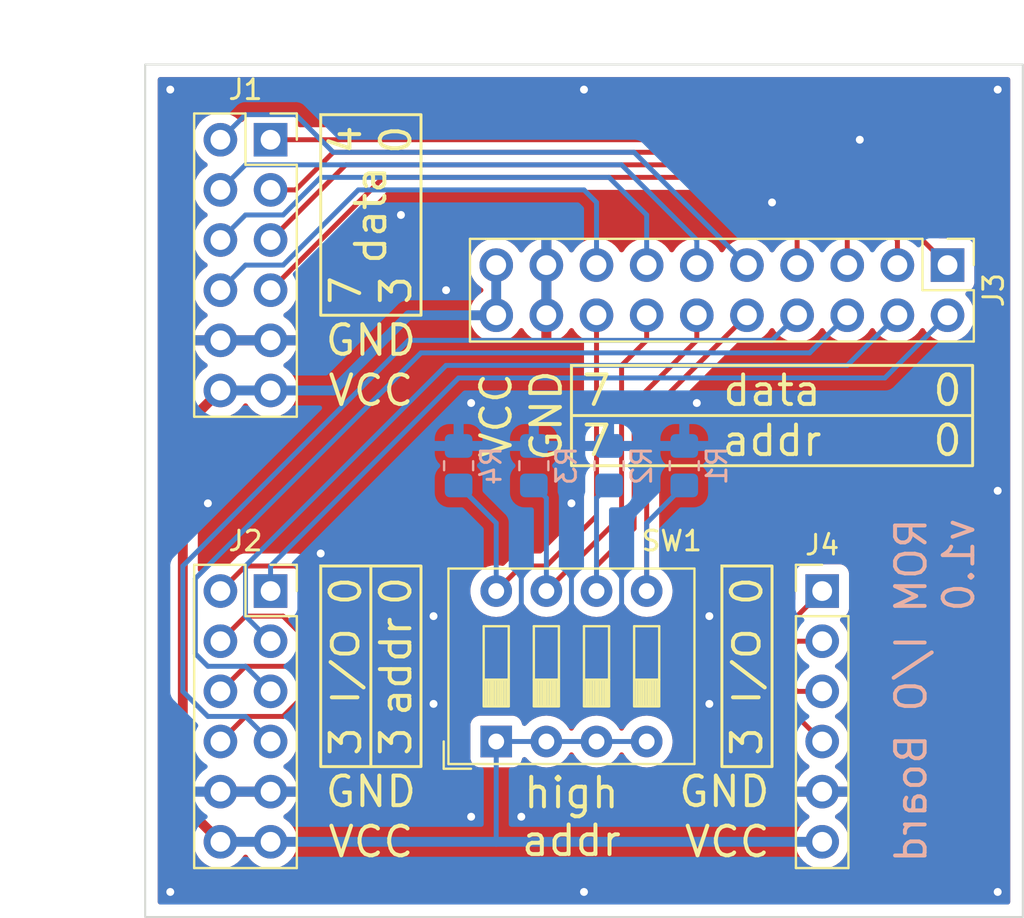
<source format=kicad_pcb>
(kicad_pcb (version 20211014) (generator pcbnew)
  (layers (0 "F.Cu" signal) (31 "B.Cu" signal) (34 "B.Paste" user) (35 "F.Paste" user) (36 "B.SilkS" user "B.Silkscreen") (37 "F.SilkS" user "F.Silkscreen") (38 "B.Mask" user) (39 "F.Mask" user) (44 "Edge.Cuts" user))
  (net 0 "")
  (net 1 "/data0")
  (net 2 "/data1")
  (net 3 "/data2")
  (net 4 "/data3")
  (net 5 "GND")
  (net 6 "VCC")
  (net 7 "/data4")
  (net 8 "/data5")
  (net 9 "/data6")
  (net 10 "/data7")
  (net 11 "/addr0")
  (net 12 "/addr1")
  (net 13 "/addr2")
  (net 14 "/addr3")
  (net 15 "/io0")
  (net 16 "/io1")
  (net 17 "/io2")
  (net 18 "/io3")
  (net 19 "/addr4")
  (net 20 "/addr5")
  (net 21 "/addr6")
  (net 22 "/addr7")
  (footprint "Button_Switch_THT:SW_DIP_SPSTx04_Slide_9.78x12.34mm_W7.62mm_P2.54mm" (layer "F.Cu") (at 128.27 82.55 90)
    (fp_text reference "SW1" (at 10.16 8.89 180) (layer "F.SilkS"))
    (fp_text value "SW_DIP_x04")
    (fp_line (start 1.78 2.385) (end 3.133333 2.385) (layer "F.SilkS") (width 0.12))
    (fp_line (start 1.78 0.565) (end 3.133333 0.565) (layer "F.SilkS") (width 0.12))
    (fp_line (start 1.78 0.635) (end 5.84 0.635) (layer "F.SilkS") (width 0.12))
    (fp_line (start -1.14 -2.42) (end 8.76 -2.42) (layer "F.SilkS") (width 0.12))
    (fp_line (start 1.78 1.905) (end 1.78 3.175) (layer "F.SilkS") (width 0.12))
    (fp_line (start 5.84 8.255) (end 5.84 6.985) (layer "F.SilkS") (width 0.12))
    (fp_line (start 1.78 2.265) (end 3.133333 2.265) (layer "F.SilkS") (width 0.12))
    (fp_line (start 1.78 5.165) (end 3.133333 5.165) (layer "F.SilkS") (width 0.12))
    (fp_line (start 1.78 2.625) (end 3.133333 2.625) (layer "F.SilkS") (width 0.12))
    (fp_line (start -1.14 -2.42) (end -1.14 10.04) (layer "F.SilkS") (width 0.12))
    (fp_line (start 1.78 7.225) (end 3.133333 7.225) (layer "F.SilkS") (width 0.12))
    (fp_line (start 3.133333 1.905) (end 3.133333 3.175) (layer "F.SilkS") (width 0.12))
    (fp_line (start 3.133333 4.445) (end 3.133333 5.715) (layer "F.SilkS") (width 0.12))
    (fp_line (start 1.78 2.145) (end 3.133333 2.145) (layer "F.SilkS") (width 0.12))
    (fp_line (start 1.78 2.025) (end 3.133333 2.025) (layer "F.SilkS") (width 0.12))
    (fp_line (start -1.14 10.04) (end 8.76 10.04) (layer "F.SilkS") (width 0.12))
    (fp_line (start 1.78 3.105) (end 3.133333 3.105) (layer "F.SilkS") (width 0.12))
    (fp_line (start 8.76 -2.42) (end 8.76 10.04) (layer "F.SilkS") (width 0.12))
    (fp_line (start 1.78 5.715) (end 5.84 5.715) (layer "F.SilkS") (width 0.12))
    (fp_line (start 1.78 4.685) (end 3.133333 4.685) (layer "F.SilkS") (width 0.12))
    (fp_line (start 1.78 3.175) (end 5.84 3.175) (layer "F.SilkS") (width 0.12))
    (fp_line (start 1.78 5.285) (end 3.133333 5.285) (layer "F.SilkS") (width 0.12))
    (fp_line (start -1.38 -2.66) (end 0.004 -2.66) (layer "F.SilkS") (width 0.12))
    (fp_line (start 5.84 -0.635) (end 1.78 -0.635) (layer "F.SilkS") (width 0.12))
    (fp_line (start 5.84 5.715) (end 5.84 4.445) (layer "F.SilkS") (width 0.12))
    (fp_line (start 5.84 0.635) (end 5.84 -0.635) (layer "F.SilkS") (width 0.12))
    (fp_line (start 3.133333 -0.635) (end 3.133333 0.635) (layer "F.SilkS") (width 0.12))
    (fp_line (start 1.78 2.985) (end 3.133333 2.985) (layer "F.SilkS") (width 0.12))
    (fp_line (start 1.78 2.865) (end 3.133333 2.865) (layer "F.SilkS") (width 0.12))
    (fp_line (start 1.78 -0.155) (end 3.133333 -0.155) (layer "F.SilkS") (width 0.12))
    (fp_line (start 1.78 5.405) (end 3.133333 5.405) (layer "F.SilkS") (width 0.12))
    (fp_line (start 1.78 6.985) (end 1.78 8.255) (layer "F.SilkS") (width 0.12))
    (fp_line (start 5.84 3.175) (end 5.84 1.905) (layer "F.SilkS") (width 0.12))
    (fp_line (start 1.78 -0.035) (end 3.133333 -0.035) (layer "F.SilkS") (width 0.12))
    (fp_line (start 1.78 4.565) (end 3.133333 4.565) (layer "F.SilkS") (width 0.12))
    (fp_line (start 5.84 4.445) (end 1.78 4.445) (layer "F.SilkS") (width 0.12))
    (fp_line (start 1.78 7.585) (end 3.133333 7.585) (layer "F.SilkS") (width 0.12))
    (fp_line (start 1.78 -0.395) (end 3.133333 -0.395) (layer "F.SilkS") (width 0.12))
    (fp_line (start -1.38 -2.66) (end -1.38 -1.277) (layer "F.SilkS") (width 0.12))
    (fp_line (start 1.78 7.825) (end 3.133333 7.825) (layer "F.SilkS") (width 0.12))
    (fp_line (start 1.78 2.505) (end 3.133333 2.505) (layer "F.SilkS") (width 0.12))
    (fp_line (start 1.78 7.945) (end 3.133333 7.945) (layer "F.SilkS") (width 0.12))
    (fp_line (start 1.78 4.925) (end 3.133333 4.925) (layer "F.SilkS") (width 0.12))
    (fp_line (start 5.84 1.905) (end 1.78 1.905) (layer "F.SilkS") (width 0.12))
    (fp_line (start 1.78 4.445) (end 1.78 5.715) (layer "F.SilkS") (width 0.12))
    (fp_line (start 1.78 7.705) (end 3.133333 7.705) (layer "F.SilkS") (width 0.12))
    (fp_line (start 1.78 8.065) (end 3.133333 8.065) (layer "F.SilkS") (width 0.12))
    (fp_line (start 1.78 0.325) (end 3.133333 0.325) (layer "F.SilkS") (width 0.12))
    (fp_line (start 5.84 6.985) (end 1.78 6.985) (layer "F.SilkS") (width 0.12))
    (fp_line (start 1.78 0.445) (end 3.133333 0.445) (layer "F.SilkS") (width 0.12))
    (fp_line (start 1.78 5.525) (end 3.133333 5.525) (layer "F.SilkS") (width 0.12))
    (fp_line (start 3.133333 6.985) (end 3.133333 8.255) (layer "F.SilkS") (width 0.12))
    (fp_line (start 1.78 0.205) (end 3.133333 0.205) (layer "F.SilkS") (width 0.12))
    (fp_line (start 1.78 7.465) (end 3.133333 7.465) (layer "F.SilkS") (width 0.12))
    (fp_line (start 1.78 2.745) (end 3.133333 2.745) (layer "F.SilkS") (width 0.12))
    (fp_line (start 1.78 -0.275) (end 3.133333 -0.275) (layer "F.SilkS") (width 0.12))
    (fp_line (start 1.78 -0.635) (end 1.78 0.635) (layer "F.SilkS") (width 0.12))
    (fp_line (start 1.78 4.805) (end 3.133333 4.805) (layer "F.SilkS") (width 0.12))
    (fp_line (start 1.78 7.345) (end 3.133333 7.345) (layer "F.SilkS") (width 0.12))
    (fp_line (start 1.78 -0.515) (end 3.133333 -0.515) (layer "F.SilkS") (width 0.12))
    (fp_line (start 1.78 5.045) (end 3.133333 5.045) (layer "F.SilkS") (width 0.12))
    (fp_line (start 1.78 8.255) (end 5.84 8.255) (layer "F.SilkS") (width 0.12))
    (fp_line (start 1.78 7.105) (end 3.133333 7.105) (layer "F.SilkS") (width 0.12))
    (fp_line (start 1.78 8.185) (end 3.133333 8.185) (layer "F.SilkS") (width 0.12))
    (fp_line (start 1.78 0.085) (end 3.133333 0.085) (layer "F.SilkS") (width 0.12))
    (fp_line (start 1.78 5.645) (end 3.133333 5.645) (layer "F.SilkS") (width 0.12))
    (pad "1" thru_hole rect (at 0 0 90) (size 1.6 1.6) (drill 0.8) (layers *.Cu *.Mask) (net 6 "VCC"))
    (pad "2" thru_hole oval (at 0 2.54 90) (size 1.6 1.6) (drill 0.8) (layers *.Cu *.Mask) (net 6 "VCC"))
    (pad "3" thru_hole oval (at 0 5.08 90) (size 1.6 1.6) (drill 0.8) (layers *.Cu *.Mask) (net 6 "VCC"))
    (pad "4" thru_hole oval (at 0 7.62 90) (size 1.6 1.6) (drill 0.8) (layers *.Cu *.Mask) (net 6 "VCC"))
    (pad "5" thru_hole oval (at 7.62 7.62 90) (size 1.6 1.6) (drill 0.8) (layers *.Cu *.Mask) (net 19 "/addr4"))
    (pad "6" thru_hole oval (at 7.62 5.08 90) (size 1.6 1.6) (drill 0.8) (layers *.Cu *.Mask) (net 20 "/addr5"))
    (pad "7" thru_hole oval (at 7.62 2.54 90) (size 1.6 1.6) (drill 0.8) (layers *.Cu *.Mask) (net 21 "/addr6"))
    (pad "8" thru_hole oval (at 7.62 0 90) (size 1.6 1.6) (drill 0.8) (layers *.Cu *.Mask) (net 22 "/addr7"))
  )
  (footprint "Connector_PinHeader_2.54mm:PinHeader_1x06_P2.54mm_Vertical" (layer "F.Cu") (at 144.78 74.93)
    (fp_text reference "J4" (at 0 -2.33) (layer "F.SilkS"))
    (fp_text value "Conn_01x06")
    (fp_line (start -1.33 14.03) (end 1.33 14.03) (layer "F.SilkS") (width 0.12))
    (fp_line (start -1.33 -1.33) (end 0 -1.33) (layer "F.SilkS") (width 0.12))
    (fp_line (start 1.33 1.27) (end 1.33 14.03) (layer "F.SilkS") (width 0.12))
    (fp_line (start -1.33 0) (end -1.33 -1.33) (layer "F.SilkS") (width 0.12))
    (fp_line (start -1.33 1.27) (end 1.33 1.27) (layer "F.SilkS") (width 0.12))
    (fp_line (start -1.33 1.27) (end -1.33 14.03) (layer "F.SilkS") (width 0.12))
    (pad "1" thru_hole rect (at 0 0) (size 1.7 1.7) (drill 1) (layers *.Cu *.Mask) (net 15 "/io0"))
    (pad "2" thru_hole oval (at 0 2.54) (size 1.7 1.7) (drill 1) (layers *.Cu *.Mask) (net 16 "/io1"))
    (pad "3" thru_hole oval (at 0 5.08) (size 1.7 1.7) (drill 1) (layers *.Cu *.Mask) (net 17 "/io2"))
    (pad "4" thru_hole oval (at 0 7.62) (size 1.7 1.7) (drill 1) (layers *.Cu *.Mask) (net 18 "/io3"))
    (pad "5" thru_hole oval (at 0 10.16) (size 1.7 1.7) (drill 1) (layers *.Cu *.Mask) (net 5 "GND"))
    (pad "6" thru_hole oval (at 0 12.7) (size 1.7 1.7) (drill 1) (layers *.Cu *.Mask) (net 6 "VCC"))
  )
  (footprint "ModifiedKiCadLibrary:PinSocket_2x06_P2.54mm_Vertical_Top_Bottom" (layer "F.Cu") (at 116.84 52.07)
    (fp_text reference "J1" (at -1.27 -2.54) (layer "F.SilkS"))
    (fp_text value "Conn_02x06_Top_Bottom")
    (fp_line (start -3.87 14.03) (end 1.33 14.03) (layer "F.SilkS") (width 0.12))
    (fp_line (start 1.33 -1.33) (end 1.33 0) (layer "F.SilkS") (width 0.12))
    (fp_line (start 0 -1.33) (end 1.33 -1.33) (layer "F.SilkS") (width 0.12))
    (fp_line (start -1.27 1.27) (end 1.33 1.27) (layer "F.SilkS") (width 0.12))
    (fp_line (start 1.33 1.27) (end 1.33 14.03) (layer "F.SilkS") (width 0.12))
    (fp_line (start -3.87 -1.33) (end -1.27 -1.33) (layer "F.SilkS") (width 0.12))
    (fp_line (start -3.87 -1.33) (end -3.87 14.03) (layer "F.SilkS") (width 0.12))
    (fp_line (start -1.27 -1.33) (end -1.27 1.27) (layer "F.SilkS") (width 0.12))
    (pad "1" thru_hole rect (at 0 0) (size 1.7 1.7) (drill 1) (layers *.Cu *.Mask) (net 1 "/data0"))
    (pad "2" thru_hole oval (at 0 2.54) (size 1.7 1.7) (drill 1) (layers *.Cu *.Mask) (net 2 "/data1"))
    (pad "3" thru_hole oval (at 0 5.08) (size 1.7 1.7) (drill 1) (layers *.Cu *.Mask) (net 3 "/data2"))
    (pad "4" thru_hole oval (at 0 7.62) (size 1.7 1.7) (drill 1) (layers *.Cu *.Mask) (net 4 "/data3"))
    (pad "5" thru_hole oval (at 0 10.16) (size 1.7 1.7) (drill 1) (layers *.Cu *.Mask) (net 5 "GND"))
    (pad "6" thru_hole oval (at 0 12.7) (size 1.7 1.7) (drill 1) (layers *.Cu *.Mask) (net 6 "VCC"))
    (pad "7" thru_hole oval (at -2.54 0) (size 1.7 1.7) (drill 1) (layers *.Cu *.Mask) (net 7 "/data4"))
    (pad "8" thru_hole oval (at -2.54 2.54) (size 1.7 1.7) (drill 1) (layers *.Cu *.Mask) (net 8 "/data5"))
    (pad "9" thru_hole oval (at -2.54 5.08) (size 1.7 1.7) (drill 1) (layers *.Cu *.Mask) (net 9 "/data6"))
    (pad "10" thru_hole oval (at -2.54 7.62) (size 1.7 1.7) (drill 1) (layers *.Cu *.Mask) (net 10 "/data7"))
    (pad "11" thru_hole oval (at -2.54 10.16) (size 1.7 1.7) (drill 1) (layers *.Cu *.Mask) (net 5 "GND"))
    (pad "12" thru_hole oval (at -2.54 12.7) (size 1.7 1.7) (drill 1) (layers *.Cu *.Mask) (net 6 "VCC"))
  )
  (footprint "ModifiedKiCadLibrary:PinHeader_2x10_P2.54mm_Vertical_Top_Bottom" (layer "F.Cu") (at 151.13 58.42 -90)
    (fp_text reference "J3" (at 1.27 -2.33 90) (layer "F.SilkS"))
    (fp_text value "Conn_02x10_Top_Bottom")
    (fp_line (start -1.33 -1.33) (end 0 -1.33) (layer "F.SilkS") (width 0.12))
    (fp_line (start 1.27 1.27) (end 1.27 -1.33) (layer "F.SilkS") (width 0.12))
    (fp_line (start -1.33 1.27) (end -1.33 24.19) (layer "F.SilkS") (width 0.12))
    (fp_line (start 1.27 -1.33) (end 3.87 -1.33) (layer "F.SilkS") (width 0.12))
    (fp_line (start -1.33 24.19) (end 3.87 24.19) (layer "F.SilkS") (width 0.12))
    (fp_line (start -1.33 1.27) (end 1.27 1.27) (layer "F.SilkS") (width 0.12))
    (fp_line (start 3.87 -1.33) (end 3.87 24.19) (layer "F.SilkS") (width 0.12))
    (fp_line (start -1.33 0) (end -1.33 -1.33) (layer "F.SilkS") (width 0.12))
    (pad "1" thru_hole rect (at 0 0 270) (size 1.7 1.7) (drill 1) (layers *.Cu *.Mask) (net 1 "/data0"))
    (pad "2" thru_hole oval (at 0 2.54 270) (size 1.7 1.7) (drill 1) (layers *.Cu *.Mask) (net 2 "/data1"))
    (pad "3" thru_hole oval (at 0 5.08 270) (size 1.7 1.7) (drill 1) (layers *.Cu *.Mask) (net 3 "/data2"))
    (pad "4" thru_hole oval (at 0 7.62 270) (size 1.7 1.7) (drill 1) (layers *.Cu *.Mask) (net 4 "/data3"))
    (pad "5" thru_hole oval (at 0 10.16 270) (size 1.7 1.7) (drill 1) (layers *.Cu *.Mask) (net 7 "/data4"))
    (pad "6" thru_hole oval (at 0 12.7 270) (size 1.7 1.7) (drill 1) (layers *.Cu *.Mask) (net 8 "/data5"))
    (pad "7" thru_hole oval (at 0 15.24 270) (size 1.7 1.7) (drill 1) (layers *.Cu *.Mask) (net 9 "/data6"))
    (pad "8" thru_hole oval (at 0 17.78 270) (size 1.7 1.7) (drill 1) (layers *.Cu *.Mask) (net 10 "/data7"))
    (pad "9" thru_hole oval (at 0 20.32 270) (size 1.7 1.7) (drill 1) (layers *.Cu *.Mask) (net 5 "GND"))
    (pad "10" thru_hole oval (at 0 22.86 270) (size 1.7 1.7) (drill 1) (layers *.Cu *.Mask) (net 6 "VCC"))
    (pad "11" thru_hole oval (at 2.54 0 270) (size 1.7 1.7) (drill 1) (layers *.Cu *.Mask) (net 11 "/addr0"))
    (pad "12" thru_hole oval (at 2.54 2.54 270) (size 1.7 1.7) (drill 1) (layers *.Cu *.Mask) (net 12 "/addr1"))
    (pad "13" thru_hole oval (at 2.54 5.08 270) (size 1.7 1.7) (drill 1) (layers *.Cu *.Mask) (net 13 "/addr2"))
    (pad "14" thru_hole oval (at 2.54 7.62 270) (size 1.7 1.7) (drill 1) (layers *.Cu *.Mask) (net 14 "/addr3"))
    (pad "15" thru_hole oval (at 2.54 10.16 270) (size 1.7 1.7) (drill 1) (layers *.Cu *.Mask) (net 19 "/addr4"))
    (pad "16" thru_hole oval (at 2.54 12.7 270) (size 1.7 1.7) (drill 1) (layers *.Cu *.Mask) (net 20 "/addr5"))
    (pad "17" thru_hole oval (at 2.54 15.24 270) (size 1.7 1.7) (drill 1) (layers *.Cu *.Mask) (net 21 "/addr6"))
    (pad "18" thru_hole oval (at 2.54 17.78 270) (size 1.7 1.7) (drill 1) (layers *.Cu *.Mask) (net 22 "/addr7"))
    (pad "19" thru_hole oval (at 2.54 20.32 270) (size 1.7 1.7) (drill 1) (layers *.Cu *.Mask) (net 5 "GND"))
    (pad "20" thru_hole oval (at 2.54 22.86 270) (size 1.7 1.7) (drill 1) (layers *.Cu *.Mask) (net 6 "VCC"))
  )
  (footprint "ModifiedKiCadLibrary:PinSocket_2x06_P2.54mm_Vertical_Top_Bottom" (layer "F.Cu") (at 116.84 74.93)
    (fp_text reference "J2" (at -1.27 -2.54) (layer "F.SilkS"))
    (fp_text value "Conn_02x06_Top_Bottom")
    (fp_line (start -3.87 -1.33) (end -3.87 14.03) (layer "F.SilkS") (width 0.12))
    (fp_line (start -3.87 -1.33) (end -1.27 -1.33) (layer "F.SilkS") (width 0.12))
    (fp_line (start 0 -1.33) (end 1.33 -1.33) (layer "F.SilkS") (width 0.12))
    (fp_line (start -1.27 -1.33) (end -1.27 1.27) (layer "F.SilkS") (width 0.12))
    (fp_line (start -3.87 14.03) (end 1.33 14.03) (layer "F.SilkS") (width 0.12))
    (fp_line (start 1.33 1.27) (end 1.33 14.03) (layer "F.SilkS") (width 0.12))
    (fp_line (start -1.27 1.27) (end 1.33 1.27) (layer "F.SilkS") (width 0.12))
    (fp_line (start 1.33 -1.33) (end 1.33 0) (layer "F.SilkS") (width 0.12))
    (pad "1" thru_hole rect (at 0 0) (size 1.7 1.7) (drill 1) (layers *.Cu *.Mask) (net 11 "/addr0"))
    (pad "2" thru_hole oval (at 0 2.54) (size 1.7 1.7) (drill 1) (layers *.Cu *.Mask) (net 12 "/addr1"))
    (pad "3" thru_hole oval (at 0 5.08) (size 1.7 1.7) (drill 1) (layers *.Cu *.Mask) (net 13 "/addr2"))
    (pad "4" thru_hole oval (at 0 7.62) (size 1.7 1.7) (drill 1) (layers *.Cu *.Mask) (net 14 "/addr3"))
    (pad "5" thru_hole oval (at 0 10.16) (size 1.7 1.7) (drill 1) (layers *.Cu *.Mask) (net 5 "GND"))
    (pad "6" thru_hole oval (at 0 12.7) (size 1.7 1.7) (drill 1) (layers *.Cu *.Mask) (net 6 "VCC"))
    (pad "7" thru_hole oval (at -2.54 0) (size 1.7 1.7) (drill 1) (layers *.Cu *.Mask) (net 15 "/io0"))
    (pad "8" thru_hole oval (at -2.54 2.54) (size 1.7 1.7) (drill 1) (layers *.Cu *.Mask) (net 16 "/io1"))
    (pad "9" thru_hole oval (at -2.54 5.08) (size 1.7 1.7) (drill 1) (layers *.Cu *.Mask) (net 17 "/io2"))
    (pad "10" thru_hole oval (at -2.54 7.62) (size 1.7 1.7) (drill 1) (layers *.Cu *.Mask) (net 18 "/io3"))
    (pad "11" thru_hole oval (at -2.54 10.16) (size 1.7 1.7) (drill 1) (layers *.Cu *.Mask) (net 5 "GND"))
    (pad "12" thru_hole oval (at -2.54 12.7) (size 1.7 1.7) (drill 1) (layers *.Cu *.Mask) (net 6 "VCC"))
  )
  (footprint "Resistor_SMD:R_0805_2012Metric_Pad1.20x1.40mm_HandSolder" (layer "B.Cu") (at 133.985 68.58 90)
    (fp_text reference "R2" (at 0 1.65 90) (layer "B.SilkS") (effects (justify mirror)))
    (fp_text value "10k")
    (fp_line (start -0.227064 -0.735) (end 0.227064 -0.735) (layer "B.SilkS") (width 0.12))
    (fp_line (start -0.227064 0.735) (end 0.227064 0.735) (layer "B.SilkS") (width 0.12))
    (pad "1" smd roundrect (at -1 0 90) (size 1.2 1.4) (layers "B.Cu" "B.Paste" "B.Mask") (roundrect_rratio 0.208333) (net 20 "/addr5"))
    (pad "2" smd roundrect (at 1 0 90) (size 1.2 1.4) (layers "B.Cu" "B.Paste" "B.Mask") (roundrect_rratio 0.208333) (net 5 "GND"))
  )
  (footprint "Resistor_SMD:R_0805_2012Metric_Pad1.20x1.40mm_HandSolder" (layer "B.Cu") (at 130.175 68.58 90)
    (fp_text reference "R3" (at 0 1.65 90) (layer "B.SilkS") (effects (justify mirror)))
    (fp_text value "10k")
    (fp_line (start -0.227064 0.735) (end 0.227064 0.735) (layer "B.SilkS") (width 0.12))
    (fp_line (start -0.227064 -0.735) (end 0.227064 -0.735) (layer "B.SilkS") (width 0.12))
    (pad "1" smd roundrect (at -1 0 90) (size 1.2 1.4) (layers "B.Cu" "B.Paste" "B.Mask") (roundrect_rratio 0.208333) (net 21 "/addr6"))
    (pad "2" smd roundrect (at 1 0 90) (size 1.2 1.4) (layers "B.Cu" "B.Paste" "B.Mask") (roundrect_rratio 0.208333) (net 5 "GND"))
  )
  (footprint "Resistor_SMD:R_0805_2012Metric_Pad1.20x1.40mm_HandSolder" (layer "B.Cu") (at 126.365 68.58 90)
    (fp_text reference "R4" (at 0 1.65 90) (layer "B.SilkS") (effects (justify mirror)))
    (fp_text value "10k")
    (fp_line (start -0.227064 0.735) (end 0.227064 0.735) (layer "B.SilkS") (width 0.12))
    (fp_line (start -0.227064 -0.735) (end 0.227064 -0.735) (layer "B.SilkS") (width 0.12))
    (pad "1" smd roundrect (at -1 0 90) (size 1.2 1.4) (layers "B.Cu" "B.Paste" "B.Mask") (roundrect_rratio 0.208333) (net 22 "/addr7"))
    (pad "2" smd roundrect (at 1 0 90) (size 1.2 1.4) (layers "B.Cu" "B.Paste" "B.Mask") (roundrect_rratio 0.208333) (net 5 "GND"))
  )
  (footprint "Resistor_SMD:R_0805_2012Metric_Pad1.20x1.40mm_HandSolder" (layer "B.Cu") (at 137.795 68.58 90)
    (fp_text reference "R1" (at 0 1.65 90) (layer "B.SilkS") (effects (justify mirror)))
    (fp_text value "10k")
    (fp_line (start -0.227064 0.735) (end 0.227064 0.735) (layer "B.SilkS") (width 0.12))
    (fp_line (start -0.227064 -0.735) (end 0.227064 -0.735) (layer "B.SilkS") (width 0.12))
    (pad "1" smd roundrect (at -1 0 90) (size 1.2 1.4) (layers "B.Cu" "B.Paste" "B.Mask") (roundrect_rratio 0.208333) (net 19 "/addr4"))
    (pad "2" smd roundrect (at 1 0 90) (size 1.2 1.4) (layers "B.Cu" "B.Paste" "B.Mask") (roundrect_rratio 0.208333) (net 5 "GND"))
  )
  (gr_rect (start 139.7 73.66) (end 142.24 83.82) (layer "F.SilkS") (width 0.15) (fill none))
  (gr_rect (start 132.08 63.5) (end 152.4 68.58) (layer "F.SilkS") (width 0.15) (fill none))
  (gr_line (start 132.08 66.04) (end 152.4 66.04) (layer "F.SilkS") (width 0.15))
  (gr_rect (start 119.38 73.66) (end 124.46 83.82) (layer "F.SilkS") (width 0.15) (fill none))
  (gr_line (start 121.92 73.66) (end 121.92 83.82) (layer "F.SilkS") (width 0.15))
  (gr_rect (start 119.38 50.8) (end 124.46 60.96) (layer "F.SilkS") (width 0.15) (fill none))
  (gr_rect (start 110.49 48.26) (end 154.94 91.44) (layer "Edge.Cuts") (width 0.1) (fill none))
  (gr_text "ROM I/O Board\nv1.0" (at 150.495 71.12 90) (layer "B.SilkS") (effects (font (size 1.5 1.5) (thickness 0.2)) (justify left mirror)))
  (gr_text "0" (at 151.13 64.77) (layer "F.SilkS") (effects (font (size 1.5 1.5) (thickness 0.2))))
  (gr_text "0" (at 120.65 74.93 90) (layer "F.SilkS") (effects (font (size 1.5 1.5) (thickness 0.2))))
  (gr_text "GND" (at 142.24 85.09) (layer "F.SilkS") (effects (font (size 1.5 1.5) (thickness 0.2)) (justify right)))
  (gr_text "VCC" (at 142.24 87.63) (layer "F.SilkS") (effects (font (size 1.5 1.5) (thickness 0.2)) (justify right)))
  (gr_text "GND" (at 130.81 66.04 90) (layer "F.SilkS") (effects (font (size 1.5 1.5) (thickness 0.2))))
  (gr_text "3" (at 123.19 82.55 90) (layer "F.SilkS") (effects (font (size 1.5 1.5) (thickness 0.2))))
  (gr_text "0" (at 140.97 74.93 90) (layer "F.SilkS") (effects (font (size 1.5 1.5) (thickness 0.2))))
  (gr_text "3" (at 120.65 82.55 90) (layer "F.SilkS") (effects (font (size 1.5 1.5) (thickness 0.2))))
  (gr_text "0" (at 151.13 67.31) (layer "F.SilkS") (effects (font (size 1.5 1.5) (thickness 0.2))))
  (gr_text "0" (at 123.19 52.07 90) (layer "F.SilkS") (effects (font (size 1.5 1.5) (thickness 0.2))))
  (gr_text "7" (at 133.35 64.77) (layer "F.SilkS") (effects (font (size 1.5 1.5) (thickness 0.2))))
  (gr_text "3" (at 123.19 59.69 90) (layer "F.SilkS") (effects (font (size 1.5 1.5) (thickness 0.2))))
  (gr_text "I/O" (at 140.97 78.74 90) (layer "F.SilkS") (effects (font (size 1.3 1.5) (thickness 0.2))))
  (gr_text "addr" (at 142.24 67.31) (layer "F.SilkS") (effects (font (size 1.5 1.5) (thickness 0.2))))
  (gr_text "data" (at 142.24 64.77) (layer "F.SilkS") (effects (font (size 1.5 1.5) (thickness 0.2))))
  (gr_text "7" (at 120.65 59.69 90) (layer "F.SilkS") (effects (font (size 1.5 1.5) (thickness 0.2))))
  (gr_text "I/O" (at 120.65 78.74 90) (layer "F.SilkS") (effects (font (size 1.3 1.5) (thickness 0.2))))
  (gr_text "addr" (at 123.19 78.74 90) (layer "F.SilkS") (effects (font (size 1.5 1.5) (thickness 0.2))))
  (gr_text "7" (at 133.35 67.31) (layer "F.SilkS") (effects (font (size 1.5 1.5) (thickness 0.2))))
  (gr_text "VCC" (at 121.92 87.63) (layer "F.SilkS") (effects (font (size 1.5 1.5) (thickness 0.2))))
  (gr_text "high\naddr" (at 132.08 86.36) (layer "F.SilkS") (effects (font (size 1.5 1.5) (thickness 0.2))))
  (gr_text "3" (at 140.97 82.55 90) (layer "F.SilkS") (effects (font (size 1.5 1.5) (thickness 0.2))))
  (gr_text "GND" (at 121.92 62.23) (layer "F.SilkS") (effects (font (size 1.5 1.5) (thickness 0.2))))
  (gr_text "VCC" (at 128.27 66.04 90) (layer "F.SilkS") (effects (font (size 1.5 1.5) (thickness 0.2))))
  (gr_text "4" (at 120.65 52.07 90) (layer "F.SilkS") (effects (font (size 1.5 1.5) (thickness 0.2))))
  (gr_text "0" (at 123.19 74.93 90) (layer "F.SilkS") (effects (font (size 1.5 1.5) (thickness 0.2))))
  (gr_text "data" (at 121.92 55.88 90) (layer "F.SilkS") (effects (font (size 1.5 1.5) (thickness 0.2))))
  (gr_text "VCC" (at 121.92 64.77) (layer "F.SilkS") (effects (font (size 1.5 1.5) (thickness 0.2))))
  (gr_text "GND" (at 121.92 85.09) (layer "F.SilkS") (effects (font (size 1.5 1.5) (thickness 0.2))))
  (segment (start 116.84 52.07) (end 144.78 52.07) (width 0.25) (layer "F.Cu") (net 1))
  (segment (start 144.78 52.07) (end 151.13 58.42) (width 0.25) (layer "F.Cu") (net 1))
  (segment (start 118.11 54.61) (end 116.84 54.61) (width 0.25) (layer "F.Cu") (net 2))
  (segment (start 120.015 52.705) (end 144.145 52.705) (width 0.25) (layer "F.Cu") (net 2))
  (segment (start 144.145 52.705) (end 148.59 57.15) (width 0.25) (layer "F.Cu") (net 2))
  (segment (start 148.59 57.15) (end 148.59 58.42) (width 0.25) (layer "F.Cu") (net 2))
  (segment (start 120.015 52.705) (end 118.11 54.61) (width 0.25) (layer "F.Cu") (net 2))
  (segment (start 143.51 53.34) (end 146.05 55.88) (width 0.25) (layer "F.Cu") (net 3))
  (segment (start 116.84 57.15) (end 120.65 53.34) (width 0.25) (layer "F.Cu") (net 3))
  (segment (start 120.65 53.34) (end 143.51 53.34) (width 0.25) (layer "F.Cu") (net 3))
  (segment (start 146.05 55.88) (end 146.05 58.42) (width 0.25) (layer "F.Cu") (net 3))
  (segment (start 122.555 53.975) (end 142.875 53.975) (width 0.25) (layer "F.Cu") (net 4))
  (segment (start 143.51 54.61) (end 143.51 58.42) (width 0.25) (layer "F.Cu") (net 4))
  (segment (start 116.84 59.69) (end 122.555 53.975) (width 0.25) (layer "F.Cu") (net 4))
  (segment (start 142.875 53.975) (end 143.51 54.61) (width 0.25) (layer "F.Cu") (net 4))
  (via (at 139.065 76.2) (size 0.8) (drill 0.4) (layers "F.Cu" "B.Cu") (net 5))
  (via (at 111.76 49.53) (size 0.8) (drill 0.4) (layers "F.Cu" "B.Cu") (net 5))
  (via (at 138.43 65.405) (size 0.8) (drill 0.4) (layers "F.Cu" "B.Cu") (net 5))
  (via (at 123.444 55.88) (size 0.8) (drill 0.4) (layers "F.Cu" "B.Cu") (net 5))
  (via (at 153.67 90.17) (size 0.8) (drill 0.4) (layers "F.Cu" "B.Cu") (net 5))
  (via (at 129.54 86.36) (size 0.8) (drill 0.4) (layers "F.Cu" "B.Cu") (net 5))
  (via (at 125.73 59.69) (size 0.8) (drill 0.4) (layers "F.Cu" "B.Cu") (net 5))
  (via (at 125.095 76.2) (size 0.8) (drill 0.4) (layers "F.Cu" "B.Cu") (net 5))
  (via (at 153.67 69.85) (size 0.8) (drill 0.4) (layers "F.Cu" "B.Cu") (net 5))
  (via (at 119.38 73.025) (size 0.8) (drill 0.4) (layers "F.Cu" "B.Cu") (net 5))
  (via (at 111.76 90.17) (size 0.8) (drill 0.4) (layers "F.Cu" "B.Cu") (net 5))
  (via (at 139.065 80.645) (size 0.8) (drill 0.4) (layers "F.Cu" "B.Cu") (net 5))
  (via (at 153.67 49.53) (size 0.8) (drill 0.4) (layers "F.Cu" "B.Cu") (net 5))
  (via (at 127 65.405) (size 0.8) (drill 0.4) (layers "F.Cu" "B.Cu") (net 5))
  (via (at 125.095 80.645) (size 0.8) (drill 0.4) (layers "F.Cu" "B.Cu") (net 5))
  (via (at 132.715 49.53) (size 0.8) (drill 0.4) (layers "F.Cu" "B.Cu") (net 5))
  (via (at 142.24 55.245) (size 0.8) (drill 0.4) (layers "F.Cu" "B.Cu") (net 5))
  (via (at 113.665 70.485) (size 0.8) (drill 0.4) (layers "F.Cu" "B.Cu") (net 5))
  (via (at 146.685 52.07) (size 0.8) (drill 0.4) (layers "F.Cu" "B.Cu") (net 5))
  (via (at 127 86.36) (size 0.8) (drill 0.4) (layers "F.Cu" "B.Cu") (net 5))
  (via (at 132.08 70.485) (size 0.8) (drill 0.4) (layers "F.Cu" "B.Cu") (net 5))
  (via (at 132.715 90.17) (size 0.8) (drill 0.4) (layers "F.Cu" "B.Cu") (net 5))
  (segment (start 129.54 73.66) (end 129.54 76.2) (width 0.25) (layer "B.Cu") (net 5))
  (segment (start 134.62 73.66) (end 134.62 76.2) (width 0.25) (layer "B.Cu") (net 5))
  (segment (start 132.08 73.66) (end 132.08 76.2) (width 0.25) (layer "B.Cu") (net 5))
  (segment (start 112.395 66.675) (end 112.395 85.725) (width 0.5) (layer "F.Cu") (net 6))
  (segment (start 114.3 64.77) (end 112.395 66.675) (width 0.5) (layer "F.Cu") (net 6))
  (segment (start 112.395 85.725) (end 114.3 87.63) (width 0.5) (layer "F.Cu") (net 6))
  (segment (start 130.81 82.55) (end 133.35 82.55) (width 0.25) (layer "B.Cu") (net 6))
  (segment (start 120.015 64.77) (end 123.825 60.96) (width 0.5) (layer "B.Cu") (net 6))
  (segment (start 133.35 82.55) (end 135.89 82.55) (width 0.25) (layer "B.Cu") (net 6))
  (segment (start 128.27 58.42) (end 128.27 60.96) (width 0.5) (layer "B.Cu") (net 6))
  (segment (start 114.3 87.63) (end 116.84 87.63) (width 0.5) (layer "B.Cu") (net 6))
  (segment (start 128.27 82.55) (end 130.81 82.55) (width 0.25) (layer "B.Cu") (net 6))
  (segment (start 114.3 64.77) (end 120.015 64.77) (width 0.5) (layer "B.Cu") (net 6))
  (segment (start 116.84 87.63) (end 128.27 87.63) (width 0.5) (layer "B.Cu") (net 6))
  (segment (start 128.27 87.63) (end 144.78 87.63) (width 0.5) (layer "B.Cu") (net 6))
  (segment (start 123.825 60.96) (end 128.27 60.96) (width 0.5) (layer "B.Cu") (net 6))
  (segment (start 128.27 82.55) (end 128.27 87.63) (width 0.25) (layer "B.Cu") (net 6))
  (segment (start 120.015 52.705) (end 135.255 52.705) (width 0.25) (layer "B.Cu") (net 7))
  (segment (start 114.3 52.07) (end 115.57 50.8) (width 0.25) (layer "B.Cu") (net 7))
  (segment (start 115.57 50.8) (end 118.11 50.8) (width 0.25) (layer "B.Cu") (net 7))
  (segment (start 135.255 52.705) (end 140.97 58.42) (width 0.25) (layer "B.Cu") (net 7))
  (segment (start 118.11 50.8) (end 120.015 52.705) (width 0.25) (layer "B.Cu") (net 7))
  (segment (start 134.62 53.34) (end 138.43 57.15) (width 0.25) (layer "B.Cu") (net 8))
  (segment (start 138.43 57.15) (end 138.43 58.42) (width 0.25) (layer "B.Cu") (net 8))
  (segment (start 114.3 54.61) (end 115.57 53.34) (width 0.25) (layer "B.Cu") (net 8))
  (segment (start 115.57 53.34) (end 134.62 53.34) (width 0.25) (layer "B.Cu") (net 8))
  (segment (start 119.38 53.975) (end 133.985 53.975) (width 0.25) (layer "B.Cu") (net 9))
  (segment (start 133.985 53.975) (end 135.89 55.88) (width 0.25) (layer "B.Cu") (net 9))
  (segment (start 117.475 55.88) (end 119.38 53.975) (width 0.25) (layer "B.Cu") (net 9))
  (segment (start 135.89 55.88) (end 135.89 58.42) (width 0.25) (layer "B.Cu") (net 9))
  (segment (start 114.3 57.15) (end 115.57 55.88) (width 0.25) (layer "B.Cu") (net 9))
  (segment (start 115.57 55.88) (end 117.475 55.88) (width 0.25) (layer "B.Cu") (net 9))
  (segment (start 121.285 54.61) (end 132.715 54.61) (width 0.25) (layer "B.Cu") (net 10))
  (segment (start 133.35 55.245) (end 133.35 58.42) (width 0.25) (layer "B.Cu") (net 10))
  (segment (start 132.715 54.61) (end 133.35 55.245) (width 0.25) (layer "B.Cu") (net 10))
  (segment (start 114.3 59.69) (end 115.57 58.42) (width 0.25) (layer "B.Cu") (net 10))
  (segment (start 115.57 58.42) (end 117.475 58.42) (width 0.25) (layer "B.Cu") (net 10))
  (segment (start 117.475 58.42) (end 121.285 54.61) (width 0.25) (layer "B.Cu") (net 10))
  (segment (start 126.365 64.135) (end 147.955 64.135) (width 0.25) (layer "B.Cu") (net 11))
  (segment (start 116.84 73.66) (end 126.365 64.135) (width 0.25) (layer "B.Cu") (net 11))
  (segment (start 147.955 64.135) (end 151.13 60.96) (width 0.25) (layer "B.Cu") (net 11))
  (segment (start 116.84 74.93) (end 116.84 73.66) (width 0.25) (layer "B.Cu") (net 11))
  (segment (start 115.57 73.66) (end 115.57 76.2) (width 0.25) (layer "B.Cu") (net 12))
  (segment (start 148.59 60.96) (end 146.05 63.5) (width 0.25) (layer "B.Cu") (net 12))
  (segment (start 115.57 76.2) (end 116.84 77.47) (width 0.25) (layer "B.Cu") (net 12))
  (segment (start 146.05 63.5) (end 125.73 63.5) (width 0.25) (layer "B.Cu") (net 12))
  (segment (start 125.73 63.5) (end 115.57 73.66) (width 0.25) (layer "B.Cu") (net 12))
  (segment (start 113.665 78.74) (end 115.57 78.74) (width 0.25) (layer "B.Cu") (net 13))
  (segment (start 115.57 78.74) (end 116.84 80.01) (width 0.25) (layer "B.Cu") (net 13))
  (segment (start 113.03 78.105) (end 113.665 78.74) (width 0.25) (layer "B.Cu") (net 13))
  (segment (start 113.03 74.295) (end 113.03 78.105) (width 0.25) (layer "B.Cu") (net 13))
  (segment (start 124.46 62.865) (end 113.03 74.295) (width 0.25) (layer "B.Cu") (net 13))
  (segment (start 146.05 60.96) (end 144.145 62.865) (width 0.25) (layer "B.Cu") (net 13))
  (segment (start 144.145 62.865) (end 124.46 62.865) (width 0.25) (layer "B.Cu") (net 13))
  (segment (start 115.57 81.28) (end 116.84 82.55) (width 0.25) (layer "B.Cu") (net 14))
  (segment (start 112.395 80.01) (end 113.665 81.28) (width 0.25) (layer "B.Cu") (net 14))
  (segment (start 112.395 73.66) (end 112.395 80.01) (width 0.25) (layer "B.Cu") (net 14))
  (segment (start 142.24 62.23) (end 123.825 62.23) (width 0.25) (layer "B.Cu") (net 14))
  (segment (start 143.51 60.96) (end 142.24 62.23) (width 0.25) (layer "B.Cu") (net 14))
  (segment (start 113.665 81.28) (end 115.57 81.28) (width 0.25) (layer "B.Cu") (net 14))
  (segment (start 123.825 62.23) (end 112.395 73.66) (width 0.25) (layer "B.Cu") (net 14))
  (segment (start 115.57 73.66) (end 118.11 73.66) (width 0.25) (layer "F.Cu") (net 15))
  (segment (start 121.92 77.47) (end 142.24 77.47) (width 0.25) (layer "F.Cu") (net 15))
  (segment (start 142.24 77.47) (end 144.78 74.93) (width 0.25) (layer "F.Cu") (net 15))
  (segment (start 118.11 73.66) (end 121.92 77.47) (width 0.25) (layer "F.Cu") (net 15))
  (segment (start 114.3 74.93) (end 115.57 73.66) (width 0.25) (layer "F.Cu") (net 15))
  (segment (start 117.475 76.2) (end 119.38 78.105) (width 0.25) (layer "F.Cu") (net 16))
  (segment (start 115.57 76.2) (end 117.475 76.2) (width 0.25) (layer "F.Cu") (net 16))
  (segment (start 119.38 78.105) (end 142.875 78.105) (width 0.25) (layer "F.Cu") (net 16))
  (segment (start 142.875 78.105) (end 143.51 77.47) (width 0.25) (layer "F.Cu") (net 16))
  (segment (start 143.51 77.47) (end 144.78 77.47) (width 0.25) (layer "F.Cu") (net 16))
  (segment (start 114.3 77.47) (end 115.57 76.2) (width 0.25) (layer "F.Cu") (net 16))
  (segment (start 142.24 78.74) (end 143.51 80.01) (width 0.25) (layer "F.Cu") (net 17))
  (segment (start 143.51 80.01) (end 144.78 80.01) (width 0.25) (layer "F.Cu") (net 17))
  (segment (start 115.57 78.74) (end 142.24 78.74) (width 0.25) (layer "F.Cu") (net 17))
  (segment (start 114.3 80.01) (end 115.57 78.74) (width 0.25) (layer "F.Cu") (net 17))
  (segment (start 114.3 82.55) (end 115.57 81.28) (width 0.25) (layer "F.Cu") (net 18))
  (segment (start 119.38 79.375) (end 141.605 79.375) (width 0.25) (layer "F.Cu") (net 18))
  (segment (start 117.475 81.28) (end 119.38 79.375) (width 0.25) (layer "F.Cu") (net 18))
  (segment (start 141.605 79.375) (end 144.78 82.55) (width 0.25) (layer "F.Cu") (net 18))
  (segment (start 115.57 81.28) (end 117.475 81.28) (width 0.25) (layer "F.Cu") (net 18))
  (segment (start 135.89 74.93) (end 135.89 66.04) (width 0.25) (layer "F.Cu") (net 19))
  (segment (start 135.89 66.04) (end 140.97 60.96) (width 0.25) (layer "F.Cu") (net 19))
  (segment (start 135.89 71.485) (end 135.89 74.93) (width 0.25) (layer "B.Cu") (net 19))
  (segment (start 137.795 69.58) (end 135.89 71.485) (width 0.25) (layer "B.Cu") (net 19))
  (segment (start 133.35 74.93) (end 133.35 73.66) (width 0.25) (layer "F.Cu") (net 20))
  (segment (start 138.43 62.23) (end 135.255 65.405) (width 0.25) (layer "F.Cu") (net 20))
  (segment (start 133.35 73.66) (end 135.255 71.755) (width 0.25) (layer "F.Cu") (net 20))
  (segment (start 135.255 65.405) (end 135.255 71.755) (width 0.25) (layer "F.Cu") (net 20))
  (segment (start 138.43 60.96) (end 138.43 62.23) (width 0.25) (layer "F.Cu") (net 20))
  (segment (start 133.35 74.93) (end 133.35 70.215) (width 0.25) (layer "B.Cu") (net 20))
  (segment (start 133.35 70.215) (end 133.985 69.58) (width 0.25) (layer "B.Cu") (net 20))
  (segment (start 134.62 63.5) (end 134.62 71.12) (width 0.25) (layer "F.Cu") (net 21))
  (segment (start 135.89 60.96) (end 135.89 62.23) (width 0.25) (layer "F.Cu") (net 21))
  (segment (start 135.89 62.23) (end 134.62 63.5) (width 0.25) (layer "F.Cu") (net 21))
  (segment (start 134.62 71.12) (end 130.81 74.93) (width 0.25) (layer "F.Cu") (net 21))
  (segment (start 130.81 74.93) (end 130.81 70.215) (width 0.25) (layer "B.Cu") (net 21))
  (segment (start 130.81 70.215) (end 130.175 69.58) (width 0.25) (layer "B.Cu") (net 21))
  (segment (start 133.35 71.12) (end 133.35 60.96) (width 0.25) (layer "F.Cu") (net 22))
  (segment (start 128.27 74.93) (end 129.54 73.66) (width 0.25) (layer "F.Cu") (net 22))
  (segment (start 130.81 73.66) (end 133.35 71.12) (width 0.25) (layer "F.Cu") (net 22))
  (segment (start 129.54 73.66) (end 130.81 73.66) (width 0.25) (layer "F.Cu") (net 22))
  (segment (start 126.365 69.58) (end 128.27 71.485) (width 0.25) (layer "B.Cu") (net 22))
  (segment (start 128.27 71.485) (end 128.27 74.93) (width 0.25) (layer "B.Cu") (net 22))
  (zone (net 5) (net_name "GND") (layers F&B.Cu) (connect_pads (clearance 0.508)) (min_thickness 0.254) (fill yes (thermal_gap 0.508) (thermal_bridge_width 0.508))
    (polygon (pts (xy 154.305 90.805) (xy 111.125 90.805) (xy 111.125 48.895) (xy 154.305 48.895)))
  )
)
</source>
